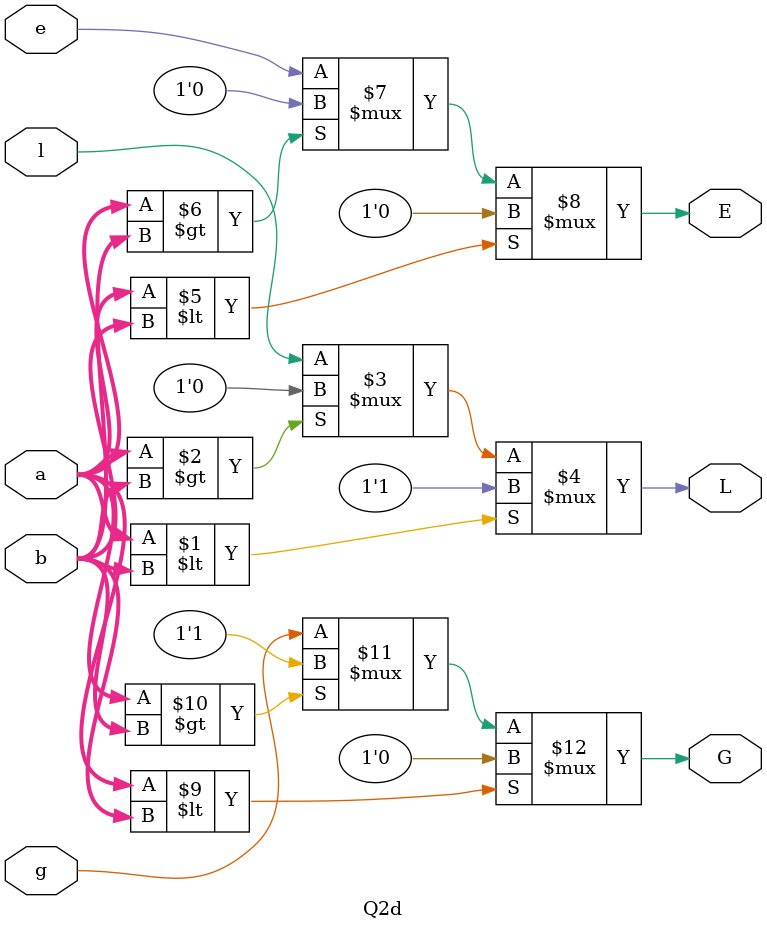
<source format=sv>
module Q2d(input [3:0]a, input [3:0]b, input l, e, g, output L, E, G);
    assign#15 L = (a<b)? 1'b1:
                (a>b)? 1'b0:l;
    assign#(80, 20) E = (a<b)? 1'b0:
                (a>b)? 1'b0:e;
    assign#15 G = (a<b)? 1'b0:
                (a>b)? 1'b1:g;
endmodule

</source>
